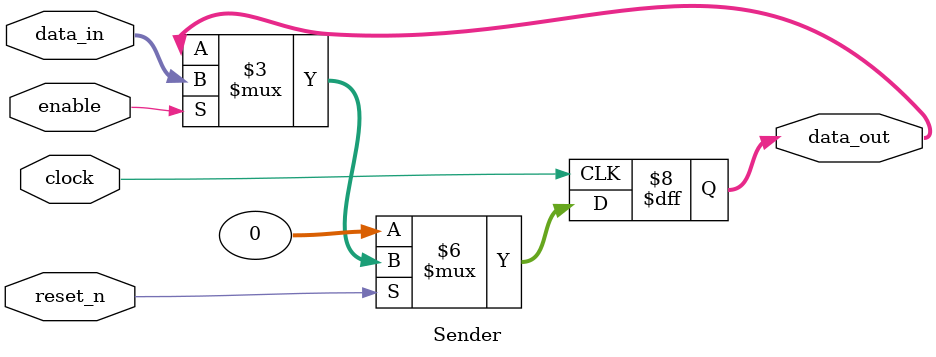
<source format=v>
module Sender (clock, reset_n, enable, data_in, data_out);

input clock, reset_n, enable;
input [31:0] data_in;
output reg [31:0] data_out;

always @(negedge clock)
begin
	if (!reset_n)
		data_out <= 32'b0;
	else
		if (enable)	data_out <= data_in;
end

endmodule

</source>
